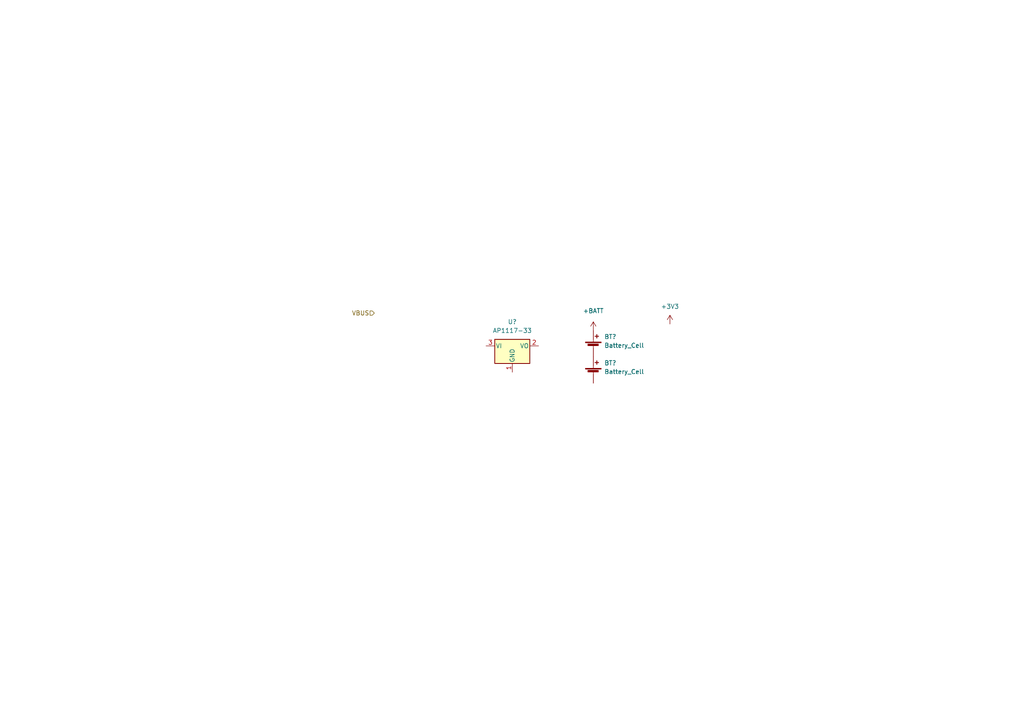
<source format=kicad_sch>
(kicad_sch (version 20211123) (generator eeschema)
  (paper "A4")
  (lib_symbols
    (symbol "Device:Battery_Cell" (pin_numbers hide) (pin_names (offset 0) hide)
      (property "Reference" "BT" (at 2.54 2.54 0))
      (property "Value" "Battery_Cell" (at 2.54 0 0))
      (symbol "Battery_Cell_0_1"
        (rectangle (start -2.286 1.778) (end 2.286 1.524) (fill (type outline)))
        (rectangle (start -1.5748 1.1938) (end 1.4732 0.6858) (fill (type outline)))
        (polyline (pts (xy 0 0.762) (xy 0 0)))
        (polyline (pts (xy 0 1.778) (xy 0 2.54)))
        (polyline (pts (xy 0.508 3.429) (xy 1.524 3.429)) (stroke (width 0.254)))
        (polyline (pts (xy 1.016 3.937) (xy 1.016 2.921)) (stroke (width 0.254)))
      )
      (symbol "Battery_Cell_1_1"
        (pin passive line (at 0 5.08 270) (length 2.54) (name "+") (number "1"))
        (pin passive line (at 0 -2.54 90) (length 2.54) (name "-") (number "2"))
      )
    )
    (symbol "Regulator_Linear:AP1117-33" (pin_names (offset 0.254))
      (property "Reference" "U" (at -3.81 3.175 0))
      (property "Value" "AP1117-33" (at 0 3.175 0))
      (symbol "AP1117-33_0_1"
        (rectangle (start -5.08 -5.08) (end 5.08 1.905) (stroke (width 0.254)) (fill (type background)))
      )
      (symbol "AP1117-33_1_1"
        (pin power_in line (at 0 -7.62 90) (length 2.54) (name "GND") (number "1"))
        (pin power_out line (at 7.62 0 180) (length 2.54) (name "VO") (number "2"))
        (pin power_in line (at -7.62 0 0) (length 2.54) (name "VI") (number "3"))
      )
    )
    (symbol "power:+3V3" (power) (pin_names (offset 0))
      (property "Value" "+3V3" (at 0 3.556 0))
      (symbol "+3V3_0_1"
        (polyline (pts (xy -0.762 1.27) (xy 0 2.54)))
        (polyline (pts (xy 0 0) (xy 0 2.54)))
        (polyline (pts (xy 0 2.54) (xy 0.762 1.27)))
      )
      (symbol "+3V3_1_1"
        (pin power_in line (at 0 0 90) (length 0) hide (name "+3V3") (number "1"))
      )
    )
    (symbol "power:+BATT" (power) (pin_names (offset 0))
      (property "Value" "+BATT" (at 0 3.556 0))
      (symbol "+BATT_0_1"
        (polyline (pts (xy -0.762 1.27) (xy 0 2.54)))
        (polyline (pts (xy 0 0) (xy 0 2.54)))
        (polyline (pts (xy 0 2.54) (xy 0.762 1.27)))
      )
      (symbol "+BATT_1_1"
        (pin power_in line (at 0 0 90) (length 0) hide (name "+BATT") (number "1"))
      )
    )
  )
  (hierarchical_label "VBUS" (shape input) (at 108.585 90.805 180))
  (symbol (lib_id "power:+BATT") (at 172.085 95.885 0) (unit 1)
    (property "Reference" "#PWR?" (effects hide))
    (property "Value" "+BATT" (at 172.085 90.17 0))
  )
  (symbol (lib_id "power:+3V3") (at 194.31 93.98 0) (unit 1)
    (property "Reference" "#PWR?" (effects hide))
    (property "Value" "+3V3" (at 194.31 88.9 0))
  )
  (symbol (lib_id "Regulator_Linear:AP1117-33") (at 148.59 100.33 0) (unit 1)
    (property "Reference" "U?" (at 148.59 93.345 0))
    (property "Value" "AP1117-33" (at 148.59 95.885 0))
    (property "Footprint" "Package_TO_SOT_SMD:SOT-223-3_TabPin2" (effects hide))
    (property "Datasheet" "http://www.diodes.com/datasheets/AP1117.pdf" (effects hide))
  )
  (symbol (lib_id "Device:Battery_Cell") (at 172.085 100.965 0) (unit 1)
    (property "Reference" "BT?" (at 175.26 97.6629 0) (effects (justify left)))
    (property "Value" "Battery_Cell" (at 175.26 100.2029 0) (effects (justify left)))
  )
  (symbol (lib_id "Device:Battery_Cell") (at 172.085 108.585 0) (unit 1)
    (property "Reference" "BT?" (at 175.26 105.2829 0) (effects (justify left)))
    (property "Value" "Battery_Cell" (at 175.26 107.8229 0) (effects (justify left)))
  )
)
</source>
